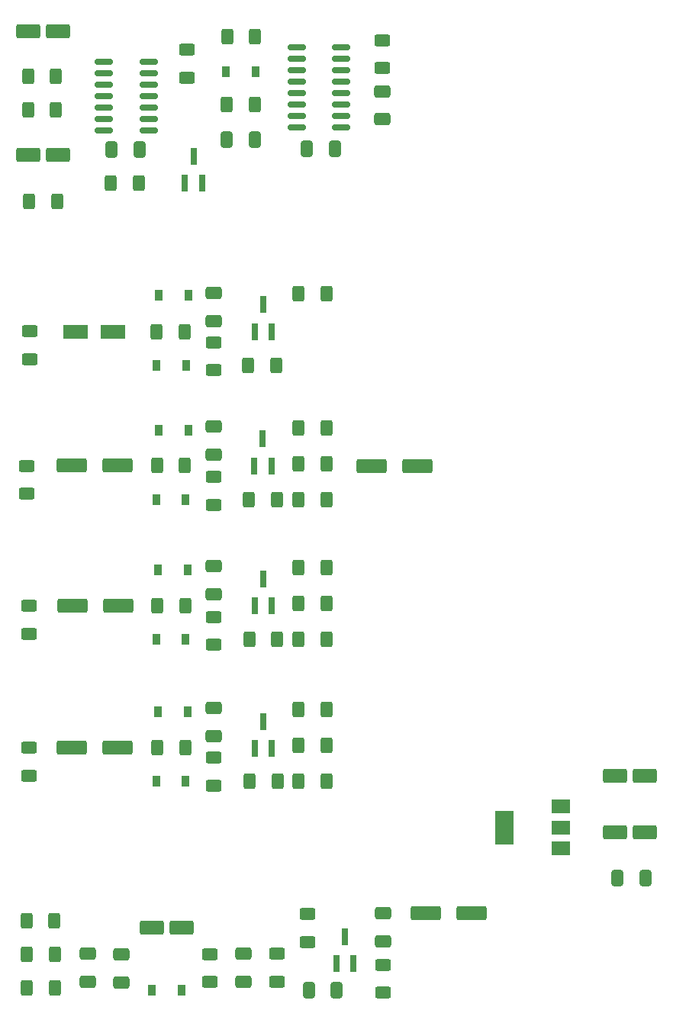
<source format=gtp>
G04 #@! TF.GenerationSoftware,KiCad,Pcbnew,6.0.2+dfsg-1*
G04 #@! TF.CreationDate,2024-08-10T18:00:16+02:00*
G04 #@! TF.ProjectId,rgb-board,7267622d-626f-4617-9264-2e6b69636164,rev?*
G04 #@! TF.SameCoordinates,Original*
G04 #@! TF.FileFunction,Paste,Top*
G04 #@! TF.FilePolarity,Positive*
%FSLAX46Y46*%
G04 Gerber Fmt 4.6, Leading zero omitted, Abs format (unit mm)*
G04 Created by KiCad (PCBNEW 6.0.2+dfsg-1) date 2024-08-10 18:00:16*
%MOMM*%
%LPD*%
G01*
G04 APERTURE LIST*
G04 Aperture macros list*
%AMRoundRect*
0 Rectangle with rounded corners*
0 $1 Rounding radius*
0 $2 $3 $4 $5 $6 $7 $8 $9 X,Y pos of 4 corners*
0 Add a 4 corners polygon primitive as box body*
4,1,4,$2,$3,$4,$5,$6,$7,$8,$9,$2,$3,0*
0 Add four circle primitives for the rounded corners*
1,1,$1+$1,$2,$3*
1,1,$1+$1,$4,$5*
1,1,$1+$1,$6,$7*
1,1,$1+$1,$8,$9*
0 Add four rect primitives between the rounded corners*
20,1,$1+$1,$2,$3,$4,$5,0*
20,1,$1+$1,$4,$5,$6,$7,0*
20,1,$1+$1,$6,$7,$8,$9,0*
20,1,$1+$1,$8,$9,$2,$3,0*%
G04 Aperture macros list end*
%ADD10R,0.800000X1.900000*%
%ADD11RoundRect,0.250000X1.412500X0.550000X-1.412500X0.550000X-1.412500X-0.550000X1.412500X-0.550000X0*%
%ADD12RoundRect,0.250000X-0.650000X0.412500X-0.650000X-0.412500X0.650000X-0.412500X0.650000X0.412500X0*%
%ADD13RoundRect,0.250000X-1.075000X-0.550000X1.075000X-0.550000X1.075000X0.550000X-1.075000X0.550000X0*%
%ADD14RoundRect,0.250000X0.412500X0.650000X-0.412500X0.650000X-0.412500X-0.650000X0.412500X-0.650000X0*%
%ADD15RoundRect,0.250000X1.075000X0.550000X-1.075000X0.550000X-1.075000X-0.550000X1.075000X-0.550000X0*%
%ADD16R,0.900000X1.200000*%
%ADD17RoundRect,0.250000X0.400000X0.625000X-0.400000X0.625000X-0.400000X-0.625000X0.400000X-0.625000X0*%
%ADD18RoundRect,0.250000X-0.400000X-0.625000X0.400000X-0.625000X0.400000X0.625000X-0.400000X0.625000X0*%
%ADD19RoundRect,0.250000X-0.625000X0.400000X-0.625000X-0.400000X0.625000X-0.400000X0.625000X0.400000X0*%
%ADD20RoundRect,0.250000X0.625000X-0.400000X0.625000X0.400000X-0.625000X0.400000X-0.625000X-0.400000X0*%
%ADD21RoundRect,0.250000X1.137500X0.550000X-1.137500X0.550000X-1.137500X-0.550000X1.137500X-0.550000X0*%
%ADD22RoundRect,0.250000X0.650000X-0.412500X0.650000X0.412500X-0.650000X0.412500X-0.650000X-0.412500X0*%
%ADD23R,2.000000X1.500000*%
%ADD24R,2.000000X3.800000*%
%ADD25RoundRect,0.250000X-0.412500X-0.650000X0.412500X-0.650000X0.412500X0.650000X-0.412500X0.650000X0*%
%ADD26RoundRect,0.150000X-0.825000X-0.150000X0.825000X-0.150000X0.825000X0.150000X-0.825000X0.150000X0*%
G04 APERTURE END LIST*
D10*
X139124500Y-91633000D03*
X141024500Y-91633000D03*
X140074500Y-88633000D03*
D11*
X123983500Y-91563500D03*
X118908500Y-91563500D03*
X124047000Y-107133000D03*
X118972000Y-107133000D03*
X123920000Y-122932500D03*
X118845000Y-122932500D03*
D12*
X134624500Y-87258000D03*
X134624500Y-90383000D03*
D11*
X157199500Y-91633000D03*
X152124500Y-91633000D03*
D12*
X134624500Y-102758000D03*
X134624500Y-105883000D03*
X134624500Y-118508000D03*
X134624500Y-121633000D03*
D13*
X179115500Y-132250000D03*
X182465500Y-132250000D03*
D14*
X182543500Y-137349000D03*
X179418500Y-137349000D03*
D13*
X179115500Y-126027000D03*
X182465500Y-126027000D03*
D15*
X131086500Y-142850000D03*
X127736500Y-142850000D03*
D14*
X148286500Y-149850000D03*
X145161500Y-149850000D03*
D12*
X153411500Y-141287500D03*
X153411500Y-144412500D03*
D11*
X163236500Y-141250000D03*
X158161500Y-141250000D03*
D16*
X131774500Y-118883000D03*
X128474500Y-118883000D03*
X128224500Y-126633000D03*
X131524500Y-126633000D03*
X128239000Y-80472500D03*
X131539000Y-80472500D03*
X131061500Y-149850000D03*
X127761500Y-149850000D03*
D17*
X117011500Y-145850000D03*
X113911500Y-145850000D03*
D18*
X113911500Y-149600000D03*
X117011500Y-149600000D03*
D17*
X116961500Y-142100000D03*
X113861500Y-142100000D03*
D19*
X113874500Y-91633000D03*
X113874500Y-94733000D03*
D17*
X141624500Y-95383000D03*
X138524500Y-95383000D03*
D19*
X134624500Y-92833000D03*
X134624500Y-95933000D03*
D18*
X144024500Y-87383000D03*
X147124500Y-87383000D03*
X144024500Y-95383000D03*
X147124500Y-95383000D03*
X144024500Y-91383000D03*
X147124500Y-91383000D03*
D17*
X141674500Y-110883000D03*
X138574500Y-110883000D03*
D19*
X134624500Y-108383000D03*
X134624500Y-111483000D03*
D18*
X144024500Y-102883000D03*
X147124500Y-102883000D03*
X144024500Y-106883000D03*
X147124500Y-106883000D03*
D17*
X141724500Y-126633000D03*
X138624500Y-126633000D03*
D19*
X134624500Y-124033000D03*
X134624500Y-127133000D03*
D18*
X144024500Y-118633000D03*
X147124500Y-118633000D03*
X144024500Y-126633000D03*
X147124500Y-126633000D03*
X144024500Y-122633000D03*
X147124500Y-122633000D03*
D17*
X141536500Y-80447500D03*
X138436500Y-80447500D03*
D20*
X134161500Y-148900000D03*
X134161500Y-145800000D03*
D19*
X145036500Y-141350000D03*
X145036500Y-144450000D03*
D20*
X153411500Y-150100000D03*
X153411500Y-147000000D03*
D16*
X131795500Y-87633000D03*
X128495500Y-87633000D03*
D17*
X131424500Y-91582000D03*
X128324500Y-91582000D03*
D16*
X128224500Y-95383000D03*
X131524500Y-95383000D03*
X128224500Y-110883000D03*
X131524500Y-110883000D03*
D19*
X114124500Y-107133000D03*
X114124500Y-110233000D03*
D17*
X131474500Y-107133000D03*
X128374500Y-107133000D03*
D16*
X131774500Y-103133000D03*
X128474500Y-103133000D03*
D17*
X131474500Y-122883000D03*
X128374500Y-122883000D03*
D10*
X139174500Y-107160500D03*
X141074500Y-107160500D03*
X140124500Y-104160500D03*
D18*
X144024500Y-110883000D03*
X147124500Y-110883000D03*
D10*
X139174500Y-122972000D03*
X141074500Y-122972000D03*
X140124500Y-119972000D03*
D16*
X131789000Y-72722500D03*
X128489000Y-72722500D03*
D19*
X114124500Y-122883000D03*
X114124500Y-125983000D03*
D18*
X144039000Y-72472500D03*
X147139000Y-72472500D03*
D19*
X114221500Y-76672500D03*
X114221500Y-79772500D03*
D21*
X123451500Y-76722500D03*
X119326500Y-76722500D03*
D17*
X131389000Y-76722500D03*
X128289000Y-76722500D03*
D12*
X134639000Y-72410000D03*
X134639000Y-75535000D03*
D19*
X134639000Y-77922500D03*
X134639000Y-81022500D03*
D10*
X139189000Y-76722500D03*
X141089000Y-76722500D03*
X140139000Y-73722500D03*
D22*
X120661500Y-148912500D03*
X120661500Y-145787500D03*
X124411500Y-148975000D03*
X124411500Y-145850000D03*
D20*
X141661500Y-148850000D03*
X141661500Y-145750000D03*
D12*
X137911500Y-145725000D03*
X137911500Y-148850000D03*
D10*
X148211500Y-146850000D03*
X150111500Y-146850000D03*
X149161500Y-143850000D03*
D23*
X173161500Y-134050000D03*
X173161500Y-131750000D03*
D24*
X166861500Y-131750000D03*
D23*
X173161500Y-129450000D03*
D18*
X136071500Y-51496000D03*
X139171500Y-51496000D03*
X136121500Y-43996000D03*
X139221500Y-43996000D03*
D17*
X117111500Y-52125000D03*
X114011500Y-52125000D03*
X117236500Y-62250000D03*
X114136500Y-62250000D03*
X126278000Y-60246000D03*
X123178000Y-60246000D03*
D20*
X153292500Y-47466000D03*
X153292500Y-44366000D03*
D19*
X131621500Y-45446000D03*
X131621500Y-48546000D03*
D15*
X117361500Y-43375000D03*
X114011500Y-43375000D03*
D12*
X153292500Y-50041000D03*
X153292500Y-53166000D03*
D25*
X123278000Y-56546000D03*
X126403000Y-56546000D03*
D16*
X139271500Y-47916000D03*
X135971500Y-47916000D03*
D25*
X144921000Y-56416000D03*
X148046000Y-56416000D03*
D17*
X117111500Y-48375000D03*
X114011500Y-48375000D03*
D14*
X139184000Y-55416000D03*
X136059000Y-55416000D03*
D10*
X131421500Y-60246000D03*
X133321500Y-60246000D03*
X132371500Y-57246000D03*
D26*
X122428000Y-46736000D03*
X122428000Y-48006000D03*
X122428000Y-49276000D03*
X122428000Y-50546000D03*
X122428000Y-51816000D03*
X122428000Y-53086000D03*
X122428000Y-54356000D03*
X127378000Y-54356000D03*
X127378000Y-53086000D03*
X127378000Y-51816000D03*
X127378000Y-50546000D03*
X127378000Y-49276000D03*
X127378000Y-48006000D03*
X127378000Y-46736000D03*
X143821000Y-45126000D03*
X143821000Y-46396000D03*
X143821000Y-47666000D03*
X143821000Y-48936000D03*
X143821000Y-50206000D03*
X143821000Y-51476000D03*
X143821000Y-52746000D03*
X143821000Y-54016000D03*
X148771000Y-54016000D03*
X148771000Y-52746000D03*
X148771000Y-51476000D03*
X148771000Y-50206000D03*
X148771000Y-48936000D03*
X148771000Y-47666000D03*
X148771000Y-46396000D03*
X148771000Y-45126000D03*
D15*
X117361500Y-57125000D03*
X114011500Y-57125000D03*
M02*

</source>
